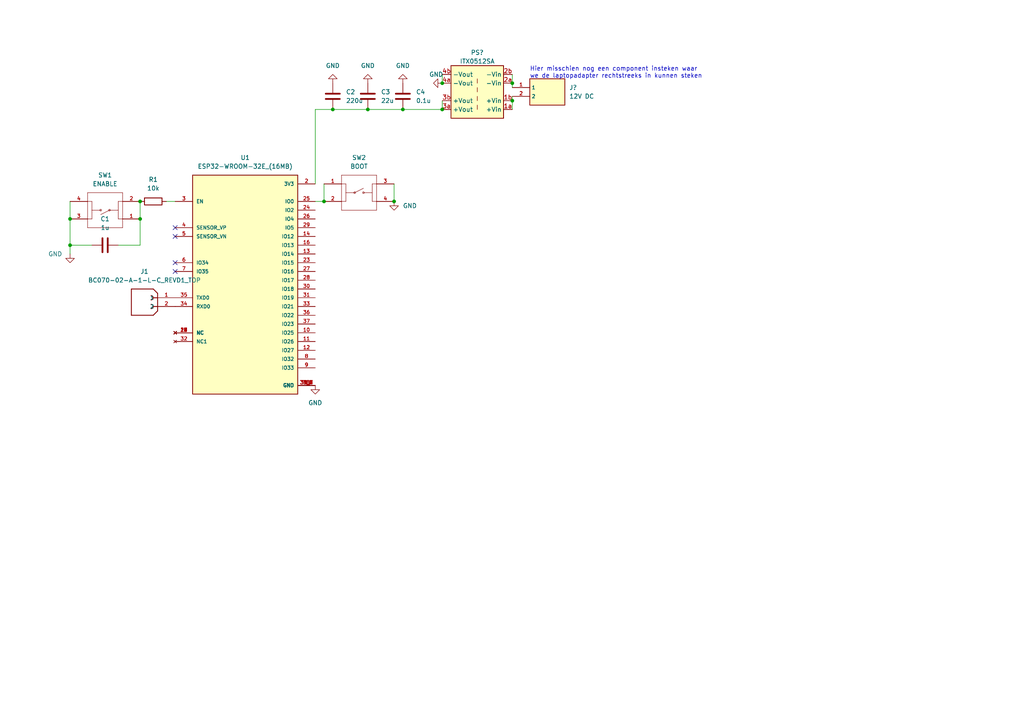
<source format=kicad_sch>
(kicad_sch (version 20211123) (generator eeschema)
  (paper "A4")
  (lib_symbols
    (symbol "1825910-6:1825910-6" (pin_names (offset 1.016) hide)
      (property "Reference" "SW" (at -5.08 5.842 0))
      (property "Value" "1825910-6" (at -5.08 -7.62 0))
      (symbol "1825910-6_0_0"
        (circle (center -1.27 0) (radius 0.254) (stroke (width 0.127)))
        (polyline (pts (xy -5.08 -5.08) (xy 5.08 -5.08)) (stroke (width 0.127)))
        (polyline (pts (xy -5.08 -2.54) (xy -5.08 -5.08)) (stroke (width 0.127)))
        (polyline (pts (xy -5.08 2.54) (xy -5.08 -2.54)) (stroke (width 0.127)))
        (polyline (pts (xy -5.08 2.54) (xy -3.81 2.54)) (stroke (width 0.127)))
        (polyline (pts (xy -5.08 5.08) (xy -5.08 2.54)) (stroke (width 0.127)))
        (polyline (pts (xy -5.08 5.08) (xy 5.08 5.08)) (stroke (width 0.127)))
        (polyline (pts (xy -3.81 -2.54) (xy -5.08 -2.54)) (stroke (width 0.127)))
        (polyline (pts (xy -3.81 0) (xy -3.81 -2.54)) (stroke (width 0.127)))
        (polyline (pts (xy -3.81 0) (xy -1.27 0)) (stroke (width 0.127)))
        (polyline (pts (xy -3.81 2.54) (xy -3.81 0)) (stroke (width 0.127)))
        (polyline (pts (xy -1.27 0) (xy 1.27 1.27)) (stroke (width 0.127)))
        (polyline (pts (xy 1.27 0) (xy 3.81 0)) (stroke (width 0.127)))
        (polyline (pts (xy 3.81 -2.54) (xy 5.08 -2.54)) (stroke (width 0.127)))
        (polyline (pts (xy 3.81 0) (xy 3.81 -2.54)) (stroke (width 0.127)))
        (polyline (pts (xy 3.81 0) (xy 3.81 2.54)) (stroke (width 0.127)))
        (polyline (pts (xy 3.81 2.54) (xy 5.08 2.54)) (stroke (width 0.127)))
        (polyline (pts (xy 5.08 -2.54) (xy 5.08 -5.08)) (stroke (width 0.127)))
        (polyline (pts (xy 5.08 2.54) (xy 5.08 -2.54)) (stroke (width 0.127)))
        (polyline (pts (xy 5.08 5.08) (xy 5.08 2.54)) (stroke (width 0.127)))
        (circle (center 1.27 0) (radius 0.254) (stroke (width 0.127)))
        (pin passive line (at -10.16 2.54 0) (length 5.08) (name "~") (number "1"))
        (pin passive line (at -10.16 -2.54 0) (length 5.08) (name "~") (number "2"))
        (pin passive line (at 10.16 2.54 180) (length 5.08) (name "~") (number "3"))
        (pin passive line (at 10.16 -2.54 180) (length 5.08) (name "~") (number "4"))
      )
    )
    (symbol "282841-5:2_pin_connector"
      (property "Reference" "U" (at -5.08 5.08 0))
      (property "Value" "2_pin_connector" (at 0 -6.35 0))
      (symbol "2_pin_connector_0_0"
        (pin passive line (at -10.16 1.27 0) (length 5.08) (name "1") (number "1"))
        (pin passive line (at -10.16 -1.27 0) (length 5.08) (name "2") (number "2"))
      )
      (symbol "2_pin_connector_0_1"
        (rectangle (start -5.08 3.81) (end 5.08 -3.81) (stroke (width 0.254)) (fill (type background)))
      )
    )
    (symbol "BC070-02-A-1-L-C_REVD1_TOP:BC070-02-A-1-L-C_REVD1_TOP" (pin_names (offset 1.016))
      (property "Reference" "J" (at -7.62 3.81 0))
      (property "Value" "BC070-02-A-1-L-C_REVD1_TOP" (at -7.62 -7.62 0))
      (symbol "BC070-02-A-1-L-C_REVD1_TOP_0_0"
        (arc (start -1.905 -3.175) (mid -1.27 -2.54) (end -1.905 -1.905) (stroke (width 0.254)))
        (arc (start -1.905 -0.635) (mid -1.27 0) (end -1.905 0.635) (stroke (width 0.254)))
        (polyline (pts (xy -7.62 -5.08) (xy -7.62 2.54)) (stroke (width 0.254)))
        (polyline (pts (xy -7.62 2.54) (xy -1.27 2.54)) (stroke (width 0.254)))
        (polyline (pts (xy -1.27 -5.08) (xy -7.62 -5.08)) (stroke (width 0.254)))
        (polyline (pts (xy 0 -3.81) (xy -1.27 -5.08)) (stroke (width 0.254)))
        (polyline (pts (xy 0 -2.54) (xy -1.27 -2.54)) (stroke (width 0.254)))
        (polyline (pts (xy 0 0) (xy -1.27 0)) (stroke (width 0.254)))
        (polyline (pts (xy 0 0) (xy 0 -3.81)) (stroke (width 0.254)))
        (polyline (pts (xy 0 1.27) (xy -1.27 2.54)) (stroke (width 0.254)))
        (polyline (pts (xy 0 1.27) (xy 0 0)) (stroke (width 0.254)))
        (pin passive line (at 5.08 0 180) (length 5.08) (name "1") (number "1"))
        (pin passive line (at 5.08 -2.54 180) (length 5.08) (name "2") (number "2"))
      )
    )
    (symbol "Converter_DCDC:ITX0512SA"
      (property "Reference" "PS1" (at 0 -11.43 0))
      (property "Value" "ITX0512SA" (at 0 -8.89 0))
      (symbol "ITX0512SA_0_0"
        (pin power_in line (at -10.16 5.08 0) (length 2.54) (name "+Vin") (number "1a"))
        (pin power_in line (at -10.16 2.54 0) (length 2.54) (name "+Vin") (number "1b"))
        (pin power_in line (at -10.16 -2.54 0) (length 2.54) (name "-Vin") (number "2a"))
        (pin power_in line (at -10.16 -5.08 0) (length 2.54) (name "-Vin") (number "2b"))
        (pin power_out line (at 10.16 5.08 180) (length 2.54) (name "+Vout") (number "3a"))
        (pin power_out line (at 10.16 2.54 180) (length 2.54) (name "+Vout") (number "3b"))
        (pin power_out line (at 10.16 -2.54 180) (length 2.54) (name "-Vout") (number "4a"))
        (pin power_out line (at 10.16 -5.08 180) (length 2.54) (name "-Vout") (number "4b"))
      )
      (symbol "ITX0512SA_0_1"
        (rectangle (start -7.62 7.62) (end 7.62 -7.62) (stroke (width 0.254)) (fill (type background)))
        (polyline (pts (xy 0 -2.54) (xy 0 -3.81)))
        (polyline (pts (xy 0 0) (xy 0 -1.27)))
        (polyline (pts (xy 0 2.54) (xy 0 1.27)))
        (polyline (pts (xy 0 5.08) (xy 0 3.81)))
      )
    )
    (symbol "Device:C" (pin_numbers hide) (pin_names (offset 0.254))
      (property "Reference" "C" (at 0.635 2.54 0))
      (property "Value" "C" (at 0.635 -2.54 0))
      (symbol "C_0_1"
        (polyline (pts (xy -2.032 -0.762) (xy 2.032 -0.762)) (stroke (width 0.508)))
        (polyline (pts (xy -2.032 0.762) (xy 2.032 0.762)) (stroke (width 0.508)))
      )
      (symbol "C_1_1"
        (pin passive line (at 0 3.81 270) (length 2.794) (name "~") (number "1"))
        (pin passive line (at 0 -3.81 90) (length 2.794) (name "~") (number "2"))
      )
    )
    (symbol "Device:R" (pin_numbers hide) (pin_names (offset 0))
      (property "Reference" "R" (at 2.032 0 90))
      (property "Value" "R" (at 0 0 90))
      (symbol "R_0_1"
        (rectangle (start -1.016 -2.54) (end 1.016 2.54) (stroke (width 0.254)))
      )
      (symbol "R_1_1"
        (pin passive line (at 0 3.81 270) (length 1.27) (name "~") (number "1"))
        (pin passive line (at 0 -3.81 90) (length 1.27) (name "~") (number "2"))
      )
    )
    (symbol "ESP32-WROOM-32E__16MB_:ESP32-WROOM-32E_(16MB)" (pin_names (offset 1.016))
      (property "Reference" "U" (at -15.24 33.909 0))
      (property "Value" "ESP32-WROOM-32E_(16MB)" (at -15.24 -33.02 0))
      (symbol "ESP32-WROOM-32E_(16MB)_0_0"
        (rectangle (start -15.24 -30.48) (end 15.24 33.02) (stroke (width 0.254)) (fill (type background)))
        (pin power_in line (at 20.32 -27.94 180) (length 5.08) (name "GND") (number "1"))
        (pin bidirectional line (at 20.32 -12.7 180) (length 5.08) (name "IO25") (number "10"))
        (pin bidirectional line (at 20.32 -15.24 180) (length 5.08) (name "IO26") (number "11"))
        (pin bidirectional line (at 20.32 -17.78 180) (length 5.08) (name "IO27") (number "12"))
        (pin bidirectional line (at 20.32 10.16 180) (length 5.08) (name "IO14") (number "13"))
        (pin bidirectional line (at 20.32 15.24 180) (length 5.08) (name "IO12") (number "14"))
        (pin power_in line (at 20.32 -27.94 180) (length 5.08) (name "GND") (number "15"))
        (pin bidirectional line (at 20.32 12.7 180) (length 5.08) (name "IO13") (number "16"))
        (pin no_connect line (at -20.32 -12.7 0) (length 5.08) (name "NC") (number "17"))
        (pin no_connect line (at -20.32 -12.7 0) (length 5.08) (name "NC") (number "18"))
        (pin no_connect line (at -20.32 -12.7 0) (length 5.08) (name "NC") (number "19"))
        (pin power_in line (at 20.32 30.48 180) (length 5.08) (name "3V3") (number "2"))
        (pin no_connect line (at -20.32 -12.7 0) (length 5.08) (name "NC") (number "20"))
        (pin no_connect line (at -20.32 -12.7 0) (length 5.08) (name "NC") (number "21"))
        (pin no_connect line (at -20.32 -12.7 0) (length 5.08) (name "NC") (number "22"))
        (pin bidirectional line (at 20.32 7.62 180) (length 5.08) (name "IO15") (number "23"))
        (pin bidirectional line (at 20.32 22.86 180) (length 5.08) (name "IO2") (number "24"))
        (pin bidirectional line (at 20.32 25.4 180) (length 5.08) (name "IO0") (number "25"))
        (pin bidirectional line (at 20.32 20.32 180) (length 5.08) (name "IO4") (number "26"))
        (pin bidirectional line (at 20.32 5.08 180) (length 5.08) (name "IO16") (number "27"))
        (pin bidirectional line (at 20.32 2.54 180) (length 5.08) (name "IO17") (number "28"))
        (pin bidirectional line (at 20.32 17.78 180) (length 5.08) (name "IO5") (number "29"))
        (pin input line (at -20.32 25.4 0) (length 5.08) (name "EN") (number "3"))
        (pin bidirectional line (at 20.32 0 180) (length 5.08) (name "IO18") (number "30"))
        (pin bidirectional line (at 20.32 -2.54 180) (length 5.08) (name "IO19") (number "31"))
        (pin no_connect line (at -20.32 -15.24 0) (length 5.08) (name "NC1") (number "32"))
        (pin bidirectional line (at 20.32 -5.08 180) (length 5.08) (name "IO21") (number "33"))
        (pin bidirectional line (at -20.32 -5.08 0) (length 5.08) (name "RXD0") (number "34"))
        (pin bidirectional line (at -20.32 -2.54 0) (length 5.08) (name "TXD0") (number "35"))
        (pin bidirectional line (at 20.32 -7.62 180) (length 5.08) (name "IO22") (number "36"))
        (pin bidirectional line (at 20.32 -10.16 180) (length 5.08) (name "IO23") (number "37"))
        (pin power_in line (at 20.32 -27.94 180) (length 5.08) (name "GND") (number "38"))
        (pin power_in line (at 20.32 -27.94 180) (length 5.08) (name "GND") (number "39_1"))
        (pin power_in line (at 20.32 -27.94 180) (length 5.08) (name "GND") (number "39_2"))
        (pin power_in line (at 20.32 -27.94 180) (length 5.08) (name "GND") (number "39_3"))
        (pin power_in line (at 20.32 -27.94 180) (length 5.08) (name "GND") (number "39_4"))
        (pin power_in line (at 20.32 -27.94 180) (length 5.08) (name "GND") (number "39_5"))
        (pin power_in line (at 20.32 -27.94 180) (length 5.08) (name "GND") (number "39_6"))
        (pin power_in line (at 20.32 -27.94 180) (length 5.08) (name "GND") (number "39_7"))
        (pin power_in line (at 20.32 -27.94 180) (length 5.08) (name "GND") (number "39_8"))
        (pin power_in line (at 20.32 -27.94 180) (length 5.08) (name "GND") (number "39_9"))
        (pin input line (at -20.32 17.78 0) (length 5.08) (name "SENSOR_VP") (number "4"))
        (pin input line (at -20.32 15.24 0) (length 5.08) (name "SENSOR_VN") (number "5"))
        (pin input line (at -20.32 7.62 0) (length 5.08) (name "IO34") (number "6"))
        (pin input line (at -20.32 5.08 0) (length 5.08) (name "IO35") (number "7"))
        (pin bidirectional line (at 20.32 -20.32 180) (length 5.08) (name "IO32") (number "8"))
        (pin bidirectional line (at 20.32 -22.86 180) (length 5.08) (name "IO33") (number "9"))
      )
    )
    (symbol "power:GND" (power) (pin_names (offset 0))
      (property "Value" "GND" (at 0 -3.81 0))
      (symbol "GND_0_1"
        (polyline (pts (xy 0 0) (xy 0 -1.27) (xy 1.27 -1.27) (xy 0 -2.54) (xy -1.27 -1.27) (xy 0 -1.27)))
      )
      (symbol "GND_1_1"
        (pin power_in line (at 0 0 270) (length 0) hide (name "GND") (number "1"))
      )
    )
  )
  (junction (at 128.27 24.13))
  (junction (at 20.32 63.5))
  (junction (at 128.27 31.75))
  (junction (at 106.68 31.75))
  (junction (at 148.59 29.21))
  (junction (at 148.59 24.13))
  (junction (at 116.84 31.75))
  (junction (at 20.32 71.12))
  (junction (at 93.98 58.42))
  (junction (at 40.64 63.5))
  (junction (at 96.52 31.75))
  (junction (at 40.64 58.42))
  (junction (at 114.3 58.42))
  (no_connect (at 50.8 66.04))
  (no_connect (at 50.8 68.58))
  (no_connect (at 50.8 78.74))
  (no_connect (at 50.8 76.2))
  (wire (pts (xy 91.44 31.75) (xy 91.44 53.34)))
  (wire (pts (xy 20.32 63.5) (xy 20.32 58.42)))
  (wire (pts (xy 114.3 53.34) (xy 114.3 58.42)))
  (wire (pts (xy 148.59 24.13) (xy 148.59 25.4)))
  (wire (pts (xy 128.27 21.59) (xy 128.27 24.13)))
  (wire (pts (xy 148.59 27.94) (xy 148.59 29.21)))
  (wire (pts (xy 48.26 58.42) (xy 50.8 58.42)))
  (wire (pts (xy 40.64 63.5) (xy 40.64 58.42)))
  (wire (pts (xy 148.59 29.21) (xy 148.59 31.75)))
  (wire (pts (xy 20.32 63.5) (xy 20.32 71.12)))
  (wire (pts (xy 93.98 53.34) (xy 93.98 58.42)))
  (wire (pts (xy 148.59 21.59) (xy 148.59 24.13)))
  (wire (pts (xy 20.32 71.12) (xy 20.32 73.66)))
  (wire (pts (xy 91.44 31.75) (xy 96.52 31.75)))
  (wire (pts (xy 106.68 31.75) (xy 116.84 31.75)))
  (wire (pts (xy 34.29 71.12) (xy 40.64 71.12)))
  (wire (pts (xy 93.98 58.42) (xy 91.44 58.42)))
  (wire (pts (xy 40.64 71.12) (xy 40.64 63.5)))
  (wire (pts (xy 128.27 31.75) (xy 116.84 31.75)))
  (wire (pts (xy 20.32 71.12) (xy 26.67 71.12)))
  (wire (pts (xy 96.52 31.75) (xy 106.68 31.75)))
  (wire (pts (xy 128.27 29.21) (xy 128.27 31.75)))
  (text "Hier misschien nog een component insteken waar \nwe de laptopadapter rechtstreeks in kunnen steken\n" (at 153.67 22.86 0) (effects (font (size 1.27 1.27)) (justify left bottom)))
  (symbol (lib_id "1825910-6:1825910-6") (at 30.48 60.96 180) (unit 1)
    (property "Reference" "SW1" (at 30.48 50.8 0))
    (property "Value" "ENABLE" (at 30.48 53.34 0))
    (property "Footprint" "libraries:SW_1825910-6-4" (effects hide))
    (property "Comment" "1825910-6" (effects hide))
  )
  (symbol (lib_id "Device:R") (at 44.45 58.42 90) (unit 1)
    (property "Reference" "R1" (at 44.45 52.07 90))
    (property "Value" "10k" (at 44.45 54.61 90))
    (property "Footprint" "libraries:RESC6332X65N" (effects hide))
  )
  (symbol (lib_id "282841-5:2_pin_connector") (at 158.75 26.67 0) (unit 1)
    (property "Reference" "J?" (at 165.1 25.3999 0) (effects (justify left)))
    (property "Value" "12V DC" (at 165.1 27.9399 0) (effects (justify left)))
    (property "Footprint" "libraries:TE_282841-2" (effects hide))
  )
  (symbol (lib_id "BC070-02-A-1-L-C_REVD1_TOP:BC070-02-A-1-L-C_REVD1_TOP") (at 45.72 86.36 0) (unit 1)
    (property "Reference" "J1" (at 41.91 78.74 0))
    (property "Value" "BC070-02-A-1-L-C_REVD1_TOP" (at 41.91 81.28 0))
    (property "Footprint" "libraries:GCT_BC070-02-A-1-L-C_REVD1_TOP" (effects hide))
    (property "PARTREV" "D1" (effects hide))
    (property "MAXIMUM_PACKAGE_HEIGHT" "2.5mm" (effects hide))
    (property "MANUFACTURER" "GCT" (effects hide))
    (property "STANDARD" "Manufacturer Recommendation" (effects hide))
  )
  (symbol (lib_id "power:GND") (at 106.68 24.13 180) (unit 1)
    (property "Reference" "#PWR0101" (effects hide))
    (property "Value" "GND" (at 106.68 19.05 0))
  )
  (symbol (lib_id "power:GND") (at 91.44 111.76 0) (unit 1)
    (property "Reference" "#PWR0105" (effects hide))
    (property "Value" "GND" (at 91.44 116.84 0))
  )
  (symbol (lib_id "ESP32-WROOM-32E__16MB_:ESP32-WROOM-32E_(16MB)") (at 71.12 83.82 0) (unit 1)
    (property "Reference" "U1" (at 71.12 45.72 0))
    (property "Value" "ESP32-WROOM-32E_(16MB)" (at 71.12 48.26 0))
    (property "Footprint" "libraries:XCVR_ESP32-WROOM-32E_(16MB)" (effects hide))
    (property "PARTREV" "1.4" (effects hide))
    (property "STANDARD" "Manufacturer Recommendations" (effects hide))
    (property "MAXIMUM_PACKAGE_HEIGHT" "3.25mm" (effects hide))
    (property "MANUFACTURER" "Espressif Systems" (effects hide))
  )
  (symbol (lib_id "Device:C") (at 96.52 27.94 180) (unit 1)
    (property "Reference" "C2" (at 100.33 26.6699 0) (effects (justify right)))
    (property "Value" "220u" (at 100.33 29.2099 0) (effects (justify right)))
    (property "Footprint" "Capacitor_SMD:C_0805_2012Metric" (effects hide))
  )
  (symbol (lib_id "power:GND") (at 114.3 58.42 0) (unit 1)
    (property "Reference" "#PWR0103" (effects hide))
    (property "Value" "GND" (at 116.84 59.6899 0) (effects (justify left)))
  )
  (symbol (lib_id "Device:C") (at 106.68 27.94 180) (unit 1)
    (property "Reference" "C3" (at 110.49 26.6699 0) (effects (justify right)))
    (property "Value" "22u" (at 110.49 29.2099 0) (effects (justify right)))
    (property "Footprint" "Capacitor_SMD:C_0805_2012Metric" (effects hide))
  )
  (symbol (lib_id "power:GND") (at 128.27 24.13 270) (unit 1)
    (property "Reference" "#PWR?" (effects hide))
    (property "Value" "GND" (at 124.46 21.59 90) (effects (justify left)))
  )
  (symbol (lib_id "power:GND") (at 20.32 73.66 0) (unit 1)
    (property "Reference" "#PWR0106" (effects hide))
    (property "Value" "GND" (at 13.97 73.66 0) (effects (justify left)))
  )
  (symbol (lib_id "power:GND") (at 116.84 24.13 180) (unit 1)
    (property "Reference" "#PWR0102" (effects hide))
    (property "Value" "GND" (at 116.84 19.05 0))
  )
  (symbol (lib_id "power:GND") (at 96.52 24.13 180) (unit 1)
    (property "Reference" "#PWR0104" (effects hide))
    (property "Value" "GND" (at 96.52 19.05 0))
  )
  (symbol (lib_id "Device:C") (at 116.84 27.94 180) (unit 1)
    (property "Reference" "C4" (at 120.65 26.6699 0) (effects (justify right)))
    (property "Value" "0.1u" (at 120.65 29.21 0) (effects (justify right)))
    (property "Footprint" "Capacitor_SMD:C_0805_2012Metric" (effects hide))
  )
  (symbol (lib_id "1825910-6:1825910-6") (at 104.14 55.88 0) (unit 1)
    (property "Reference" "SW2" (at 104.14 45.72 0))
    (property "Value" "BOOT" (at 104.14 48.26 0))
    (property "Footprint" "libraries:SW_1825910-6-4" (effects hide))
    (property "Comment" "1825910-6" (effects hide))
  )
  (symbol (lib_id "Device:C") (at 30.48 71.12 90) (unit 1)
    (property "Reference" "C1" (at 30.48 63.5 90))
    (property "Value" "1u" (at 30.48 66.04 90))
    (property "Footprint" "Capacitor_SMD:C_0805_2012Metric" (effects hide))
  )
  (symbol (lib_id "Converter_DCDC:ITX0512SA") (at 138.43 26.67 180) (unit 1)
    (property "Reference" "PS?" (at 138.43 15.24 0))
    (property "Value" "ITX0512SA" (at 138.43 17.78 0))
    (property "Footprint" "libraries:Buck Converter" (effects hide))
  )
)
</source>
